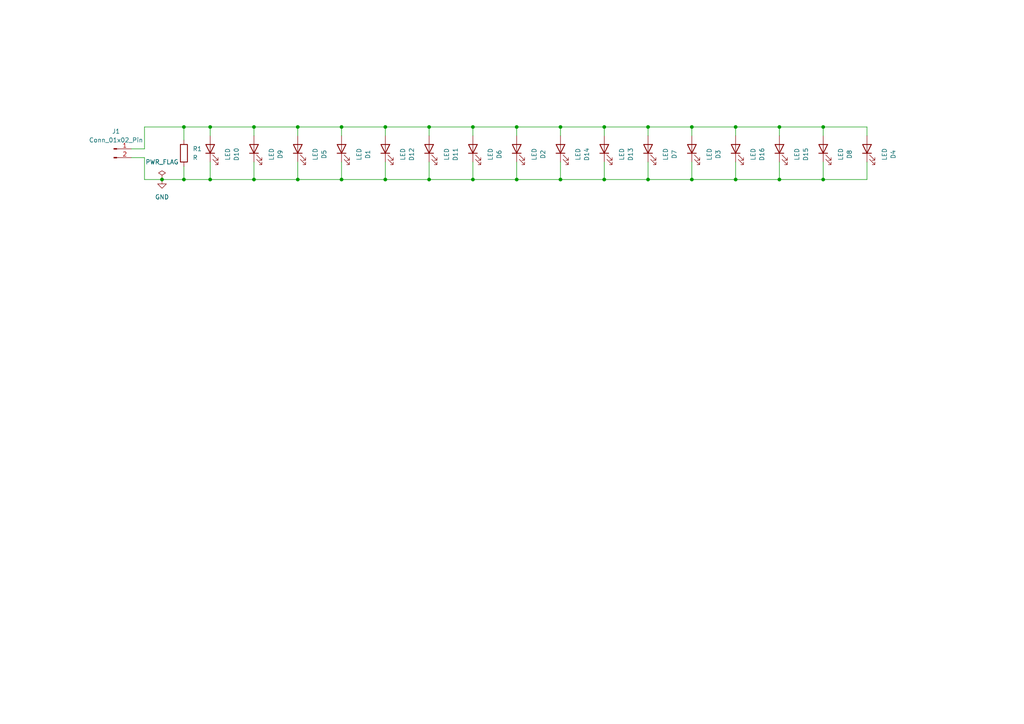
<source format=kicad_sch>
(kicad_sch (version 20250114) (generator "eeschema") (generator_version "9.0")
  (paper "A4")
  (lib_symbols
    (symbol "Connector:Conn_01x02_Pin" (pin_names (offset 1.016) (hide yes))
      (property "Reference" "J" (at 0 2.54 0))
      (property "Value" "Conn_01x02_Pin" (at 0 -5.08 0))
      (symbol "Conn_01x02_Pin_1_1"
        (rectangle (start 0.8636 0.127) (end 0 -0.127) (stroke (width 0.1524)) (fill (type outline)))
        (rectangle (start 0.8636 -2.413) (end 0 -2.667) (stroke (width 0.1524)) (fill (type outline)))
        (polyline (pts (xy 1.27 0) (xy 0.8636 0)) (stroke (width 0.1524)))
        (polyline (pts (xy 1.27 -2.54) (xy 0.8636 -2.54)) (stroke (width 0.1524)))
        (pin passive line (at 5.08 0 180) (length 3.81) (name "Pin_1") (number "1"))
        (pin passive line (at 5.08 -2.54 180) (length 3.81) (name "Pin_2") (number "2"))
      )
    )
    (symbol "Device:LED" (pin_numbers (hide yes)) (pin_names (offset 1.016) (hide yes))
      (property "Reference" "D" (at 0 2.54 0))
      (property "Value" "LED" (at 0 -2.54 0))
      (symbol "LED_0_1"
        (polyline (pts (xy -3.048 -0.762) (xy -4.572 -2.286) (xy -3.81 -2.286) (xy -4.572 -2.286) (xy -4.572 -1.524)))
        (polyline (pts (xy -1.778 -0.762) (xy -3.302 -2.286) (xy -2.54 -2.286) (xy -3.302 -2.286) (xy -3.302 -1.524)))
        (polyline (pts (xy -1.27 0) (xy 1.27 0)))
        (polyline (pts (xy -1.27 -1.27) (xy -1.27 1.27)) (stroke (width 0.254)))
        (polyline (pts (xy 1.27 -1.27) (xy 1.27 1.27) (xy -1.27 0) (xy 1.27 -1.27)) (stroke (width 0.254)))
      )
      (symbol "LED_1_1"
        (pin passive line (at -3.81 0 0) (length 2.54) (name "K") (number "1"))
        (pin passive line (at 3.81 0 180) (length 2.54) (name "A") (number "2"))
      )
    )
    (symbol "Device:R" (pin_numbers (hide yes)) (pin_names (offset 0))
      (property "Reference" "R" (at 2.032 0 90))
      (property "Value" "R" (at 0 0 90))
      (symbol "R_0_1"
        (rectangle (start -1.016 -2.54) (end 1.016 2.54) (stroke (width 0.254)))
      )
      (symbol "R_1_1"
        (pin passive line (at 0 3.81 270) (length 1.27) (name "~") (number "1"))
        (pin passive line (at 0 -3.81 90) (length 1.27) (name "~") (number "2"))
      )
    )
    (symbol "power:GND" (power) (pin_numbers (hide yes)) (pin_names (offset 0) (hide yes))
      (property "Value" "GND" (at 0 -3.81 0))
      (symbol "GND_0_1"
        (polyline (pts (xy 0 0) (xy 0 -1.27) (xy 1.27 -1.27) (xy 0 -2.54) (xy -1.27 -1.27) (xy 0 -1.27)))
      )
      (symbol "GND_1_1"
        (pin power_in line (at 0 0 270) (length 0) (name "~") (number "1"))
      )
    )
    (symbol "power:PWR_FLAG" (power) (pin_numbers (hide yes)) (pin_names (offset 0) (hide yes))
      (property "Value" "PWR_FLAG" (at 0 3.81 0))
      (symbol "PWR_FLAG_0_0"
        (pin power_out line (at 0 0 90) (length 0) (name "~") (number "1"))
      )
      (symbol "PWR_FLAG_0_1"
        (polyline (pts (xy 0 0) (xy 0 1.27) (xy -1.016 1.905) (xy 0 2.54) (xy 1.016 1.905) (xy 0 1.27)))
      )
    )
  )
  (junction (at 99.06 52.07))
  (junction (at 86.36 52.07))
  (junction (at 213.36 52.07))
  (junction (at 53.34 36.83))
  (junction (at 111.76 52.07))
  (junction (at 162.56 36.83))
  (junction (at 60.96 36.83))
  (junction (at 175.26 52.07))
  (junction (at 137.16 36.83))
  (junction (at 149.86 52.07))
  (junction (at 238.76 36.83))
  (junction (at 226.06 36.83))
  (junction (at 124.46 52.07))
  (junction (at 46.99 52.07))
  (junction (at 187.96 52.07))
  (junction (at 124.46 36.83))
  (junction (at 175.26 36.83))
  (junction (at 149.86 36.83))
  (junction (at 86.36 36.83))
  (junction (at 137.16 52.07))
  (junction (at 187.96 36.83))
  (junction (at 53.34 52.07))
  (junction (at 226.06 52.07))
  (junction (at 200.66 52.07))
  (junction (at 73.66 52.07))
  (junction (at 200.66 36.83))
  (junction (at 162.56 52.07))
  (junction (at 73.66 36.83))
  (junction (at 99.06 36.83))
  (junction (at 213.36 36.83))
  (junction (at 111.76 36.83))
  (junction (at 238.76 52.07))
  (junction (at 60.96 52.07))
  (wire (pts (xy 149.86 52.07) (xy 137.16 52.07)))
  (wire (pts (xy 86.36 36.83) (xy 86.36 39.37)))
  (wire (pts (xy 73.66 36.83) (xy 73.66 39.37)))
  (wire (pts (xy 41.91 36.83) (xy 53.34 36.83)))
  (wire (pts (xy 111.76 46.99) (xy 111.76 52.07)))
  (wire (pts (xy 73.66 46.99) (xy 73.66 52.07)))
  (wire (pts (xy 124.46 36.83) (xy 137.16 36.83)))
  (wire (pts (xy 238.76 46.99) (xy 238.76 52.07)))
  (wire (pts (xy 111.76 52.07) (xy 99.06 52.07)))
  (wire (pts (xy 251.46 46.99) (xy 251.46 52.07)))
  (wire (pts (xy 213.36 36.83) (xy 213.36 39.37)))
  (wire (pts (xy 99.06 36.83) (xy 111.76 36.83)))
  (wire (pts (xy 162.56 52.07) (xy 149.86 52.07)))
  (wire (pts (xy 60.96 46.99) (xy 60.96 52.07)))
  (wire (pts (xy 213.36 52.07) (xy 200.66 52.07)))
  (wire (pts (xy 187.96 36.83) (xy 200.66 36.83)))
  (wire (pts (xy 53.34 48.26) (xy 53.34 52.07)))
  (wire (pts (xy 137.16 52.07) (xy 124.46 52.07)))
  (wire (pts (xy 187.96 46.99) (xy 187.96 52.07)))
  (wire (pts (xy 175.26 36.83) (xy 187.96 36.83)))
  (wire (pts (xy 111.76 36.83) (xy 124.46 36.83)))
  (wire (pts (xy 149.86 36.83) (xy 149.86 39.37)))
  (wire (pts (xy 41.91 45.72) (xy 41.91 52.07)))
  (wire (pts (xy 73.66 36.83) (xy 86.36 36.83)))
  (wire (pts (xy 86.36 52.07) (xy 99.06 52.07)))
  (wire (pts (xy 175.26 52.07) (xy 162.56 52.07)))
  (wire (pts (xy 213.36 46.99) (xy 213.36 52.07)))
  (wire (pts (xy 149.86 46.99) (xy 149.86 52.07)))
  (wire (pts (xy 73.66 52.07) (xy 86.36 52.07)))
  (wire (pts (xy 53.34 36.83) (xy 60.96 36.83)))
  (wire (pts (xy 200.66 46.99) (xy 200.66 52.07)))
  (wire (pts (xy 124.46 52.07) (xy 111.76 52.07)))
  (wire (pts (xy 137.16 36.83) (xy 137.16 39.37)))
  (wire (pts (xy 200.66 36.83) (xy 200.66 39.37)))
  (wire (pts (xy 46.99 52.07) (xy 53.34 52.07)))
  (wire (pts (xy 86.36 36.83) (xy 99.06 36.83)))
  (wire (pts (xy 137.16 36.83) (xy 149.86 36.83)))
  (wire (pts (xy 53.34 52.07) (xy 60.96 52.07)))
  (wire (pts (xy 162.56 36.83) (xy 175.26 36.83)))
  (wire (pts (xy 149.86 36.83) (xy 162.56 36.83)))
  (wire (pts (xy 187.96 36.83) (xy 187.96 39.37)))
  (wire (pts (xy 238.76 52.07) (xy 226.06 52.07)))
  (wire (pts (xy 213.36 36.83) (xy 226.06 36.83)))
  (wire (pts (xy 60.96 36.83) (xy 60.96 39.37)))
  (wire (pts (xy 111.76 36.83) (xy 111.76 39.37)))
  (wire (pts (xy 162.56 36.83) (xy 162.56 39.37)))
  (wire (pts (xy 200.66 36.83) (xy 213.36 36.83)))
  (wire (pts (xy 41.91 36.83) (xy 41.91 43.18)))
  (wire (pts (xy 124.46 36.83) (xy 124.46 39.37)))
  (wire (pts (xy 41.91 45.72) (xy 38.1 45.72)))
  (wire (pts (xy 60.96 36.83) (xy 73.66 36.83)))
  (wire (pts (xy 53.34 36.83) (xy 53.34 40.64)))
  (wire (pts (xy 238.76 36.83) (xy 251.46 36.83)))
  (wire (pts (xy 175.26 36.83) (xy 175.26 39.37)))
  (wire (pts (xy 137.16 46.99) (xy 137.16 52.07)))
  (wire (pts (xy 226.06 46.99) (xy 226.06 52.07)))
  (wire (pts (xy 175.26 46.99) (xy 175.26 52.07)))
  (wire (pts (xy 251.46 36.83) (xy 251.46 39.37)))
  (wire (pts (xy 124.46 46.99) (xy 124.46 52.07)))
  (wire (pts (xy 60.96 52.07) (xy 73.66 52.07)))
  (wire (pts (xy 226.06 36.83) (xy 238.76 36.83)))
  (wire (pts (xy 226.06 39.37) (xy 226.06 36.83)))
  (wire (pts (xy 251.46 52.07) (xy 238.76 52.07)))
  (wire (pts (xy 99.06 36.83) (xy 99.06 39.37)))
  (wire (pts (xy 226.06 52.07) (xy 213.36 52.07)))
  (wire (pts (xy 238.76 39.37) (xy 238.76 36.83)))
  (wire (pts (xy 86.36 46.99) (xy 86.36 52.07)))
  (wire (pts (xy 99.06 46.99) (xy 99.06 52.07)))
  (wire (pts (xy 41.91 52.07) (xy 46.99 52.07)))
  (wire (pts (xy 162.56 46.99) (xy 162.56 52.07)))
  (wire (pts (xy 187.96 52.07) (xy 175.26 52.07)))
  (wire (pts (xy 200.66 52.07) (xy 187.96 52.07)))
  (wire (pts (xy 41.91 43.18) (xy 38.1 43.18)))
  (symbol (lib_id "Device:LED") (at 60.96 43.18 90) (unit 1)
    (property "Reference" "D10" (at 68.58 44.7675 0))
    (property "Value" "LED" (at 66.04 44.7675 0))
    (property "Footprint" "LED_THT:LED_D5.0mm" (effects (hide yes)))
    (property "Description" "Light emitting diode" (effects (hide yes)))
    (property "Sim.Pins" "1=K 2=A" (effects (hide yes)))
  )
  (symbol (lib_id "Device:LED") (at 124.46 43.18 90) (unit 1)
    (property "Reference" "D11" (at 132.08 44.7675 0))
    (property "Value" "LED" (at 129.54 44.7675 0))
    (property "Footprint" "LED_THT:LED_D5.0mm" (effects (hide yes)))
    (property "Description" "Light emitting diode" (effects (hide yes)))
    (property "Sim.Pins" "1=K 2=A" (effects (hide yes)))
  )
  (symbol (lib_id "Device:LED") (at 99.06 43.18 90) (unit 1)
    (property "Reference" "D1" (at 106.68 44.7675 0))
    (property "Value" "LED" (at 104.14 44.7675 0))
    (property "Footprint" "LED_THT:LED_D5.0mm" (effects (hide yes)))
    (property "Description" "Light emitting diode" (effects (hide yes)))
    (property "Sim.Pins" "1=K 2=A" (effects (hide yes)))
  )
  (symbol (lib_id "power:GND") (at 46.99 52.07 0) (unit 1)
    (property "Reference" "#PWR01" (effects (hide yes)))
    (property "Value" "GND" (at 46.99 57.15 0))
    (property "Description" "Power symbol creates a global label with name \"GND\" , ground" (effects (hide yes)))
  )
  (symbol (lib_id "Device:LED") (at 162.56 43.18 90) (unit 1)
    (property "Reference" "D14" (at 170.18 44.7675 0))
    (property "Value" "LED" (at 167.64 44.7675 0))
    (property "Footprint" "LED_THT:LED_D5.0mm" (effects (hide yes)))
    (property "Description" "Light emitting diode" (effects (hide yes)))
    (property "Sim.Pins" "1=K 2=A" (effects (hide yes)))
  )
  (symbol (lib_id "Device:LED") (at 238.76 43.18 90) (unit 1)
    (property "Reference" "D8" (at 246.38 44.7675 0))
    (property "Value" "LED" (at 243.84 44.7675 0))
    (property "Footprint" "LED_THT:LED_D5.0mm" (effects (hide yes)))
    (property "Description" "Light emitting diode" (effects (hide yes)))
    (property "Sim.Pins" "1=K 2=A" (effects (hide yes)))
  )
  (symbol (lib_id "Device:LED") (at 86.36 43.18 90) (unit 1)
    (property "Reference" "D5" (at 93.98 44.7675 0))
    (property "Value" "LED" (at 91.44 44.7675 0))
    (property "Footprint" "LED_THT:LED_D5.0mm" (effects (hide yes)))
    (property "Description" "Light emitting diode" (effects (hide yes)))
    (property "Sim.Pins" "1=K 2=A" (effects (hide yes)))
  )
  (symbol (lib_id "Device:LED") (at 175.26 43.18 90) (unit 1)
    (property "Reference" "D13" (at 182.88 44.7675 0))
    (property "Value" "LED" (at 180.34 44.7675 0))
    (property "Footprint" "LED_THT:LED_D5.0mm" (effects (hide yes)))
    (property "Description" "Light emitting diode" (effects (hide yes)))
    (property "Sim.Pins" "1=K 2=A" (effects (hide yes)))
  )
  (symbol (lib_id "Device:LED") (at 187.96 43.18 90) (unit 1)
    (property "Reference" "D7" (at 195.58 44.7675 0))
    (property "Value" "LED" (at 193.04 44.7675 0))
    (property "Footprint" "LED_THT:LED_D5.0mm" (effects (hide yes)))
    (property "Description" "Light emitting diode" (effects (hide yes)))
    (property "Sim.Pins" "1=K 2=A" (effects (hide yes)))
  )
  (symbol (lib_id "Device:LED") (at 251.46 43.18 90) (unit 1)
    (property "Reference" "D4" (at 259.08 44.7675 0))
    (property "Value" "LED" (at 256.54 44.7675 0))
    (property "Footprint" "LED_THT:LED_D5.0mm" (effects (hide yes)))
    (property "Description" "Light emitting diode" (effects (hide yes)))
    (property "Sim.Pins" "1=K 2=A" (effects (hide yes)))
  )
  (symbol (lib_id "Device:LED") (at 226.06 43.18 90) (unit 1)
    (property "Reference" "D15" (at 233.68 44.7675 0))
    (property "Value" "LED" (at 231.14 44.7675 0))
    (property "Footprint" "LED_THT:LED_D5.0mm" (effects (hide yes)))
    (property "Description" "Light emitting diode" (effects (hide yes)))
    (property "Sim.Pins" "1=K 2=A" (effects (hide yes)))
  )
  (symbol (lib_id "Device:R") (at 53.34 44.45 0) (unit 1)
    (property "Reference" "R1" (at 55.88 43.1799 0) (effects (justify left)))
    (property "Value" "R" (at 55.88 45.7199 0) (effects (justify left)))
    (property "Footprint" "Resistor_THT:R_Axial_DIN0207_L6.3mm_D2.5mm_P10.16mm_Horizontal" (effects (hide yes)))
    (property "Description" "Resistor" (effects (hide yes)))
  )
  (symbol (lib_id "Device:LED") (at 200.66 43.18 90) (unit 1)
    (property "Reference" "D3" (at 208.28 44.7675 0))
    (property "Value" "LED" (at 205.74 44.7675 0))
    (property "Footprint" "LED_THT:LED_D5.0mm" (effects (hide yes)))
    (property "Description" "Light emitting diode" (effects (hide yes)))
    (property "Sim.Pins" "1=K 2=A" (effects (hide yes)))
  )
  (symbol (lib_id "Device:LED") (at 111.76 43.18 90) (unit 1)
    (property "Reference" "D12" (at 119.38 44.7675 0))
    (property "Value" "LED" (at 116.84 44.7675 0))
    (property "Footprint" "LED_THT:LED_D5.0mm" (effects (hide yes)))
    (property "Description" "Light emitting diode" (effects (hide yes)))
    (property "Sim.Pins" "1=K 2=A" (effects (hide yes)))
  )
  (symbol (lib_id "Device:LED") (at 73.66 43.18 90) (unit 1)
    (property "Reference" "D9" (at 81.28 44.7675 0))
    (property "Value" "LED" (at 78.74 44.7675 0))
    (property "Footprint" "LED_THT:LED_D5.0mm" (effects (hide yes)))
    (property "Description" "Light emitting diode" (effects (hide yes)))
    (property "Sim.Pins" "1=K 2=A" (effects (hide yes)))
  )
  (symbol (lib_id "Device:LED") (at 137.16 43.18 90) (unit 1)
    (property "Reference" "D6" (at 144.78 44.7675 0))
    (property "Value" "LED" (at 142.24 44.7675 0))
    (property "Footprint" "LED_THT:LED_D5.0mm" (effects (hide yes)))
    (property "Description" "Light emitting diode" (effects (hide yes)))
    (property "Sim.Pins" "1=K 2=A" (effects (hide yes)))
  )
  (symbol (lib_id "Device:LED") (at 149.86 43.18 90) (unit 1)
    (property "Reference" "D2" (at 157.48 44.7675 0))
    (property "Value" "LED" (at 154.94 44.7675 0))
    (property "Footprint" "LED_THT:LED_D5.0mm" (effects (hide yes)))
    (property "Description" "Light emitting diode" (effects (hide yes)))
    (property "Sim.Pins" "1=K 2=A" (effects (hide yes)))
  )
  (symbol (lib_id "Device:LED") (at 213.36 43.18 90) (unit 1)
    (property "Reference" "D16" (at 220.98 44.7675 0))
    (property "Value" "LED" (at 218.44 44.7675 0))
    (property "Footprint" "LED_THT:LED_D5.0mm" (effects (hide yes)))
    (property "Description" "Light emitting diode" (effects (hide yes)))
    (property "Sim.Pins" "1=K 2=A" (effects (hide yes)))
  )
  (symbol (lib_id "Connector:Conn_01x02_Pin") (at 33.02 43.18 0) (unit 1)
    (property "Reference" "J1" (at 33.655 38.1 0))
    (property "Value" "Conn_01x02_Pin" (at 33.655 40.64 0))
    (property "Footprint" "Connector_PinHeader_2.54mm:PinHeader_1x02_P2.54mm_Vertical" (effects (hide yes)))
    (property "Description" "Generic connector, single row, 01x02, script generated" (effects (hide yes)))
  )
  (symbol (lib_id "power:PWR_FLAG") (at 46.99 52.07 0) (unit 1)
    (property "Reference" "#FLG01" (effects (hide yes)))
    (property "Value" "PWR_FLAG" (at 46.99 46.99 0))
    (property "Description" "Special symbol for telling ERC where power comes from" (effects (hide yes)))
  )
)
</source>
